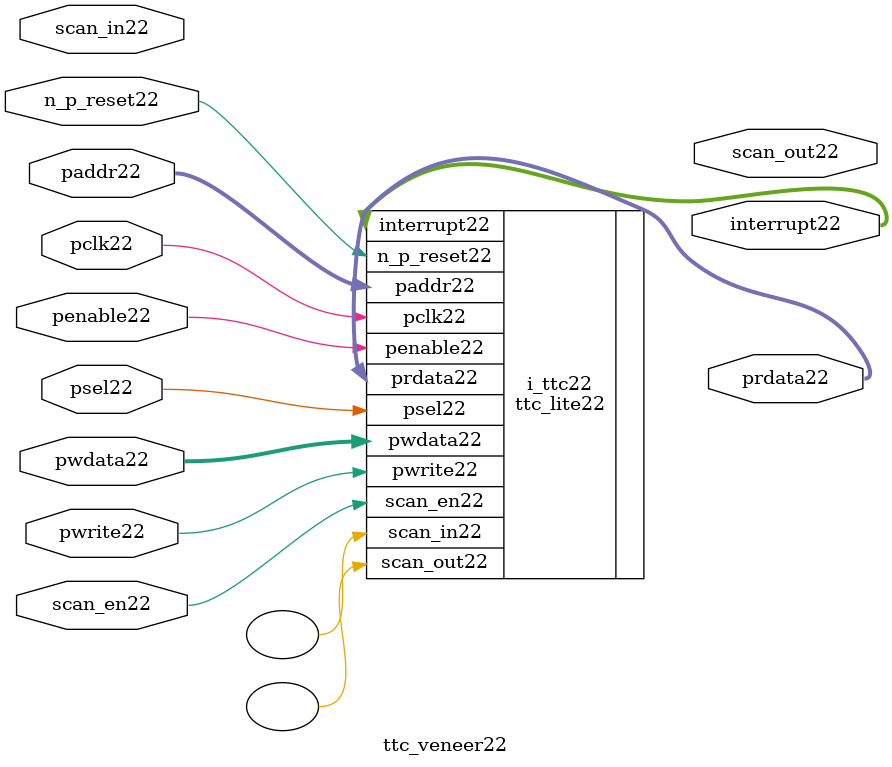
<source format=v>
module ttc_veneer22 (
           
           //inputs22
           n_p_reset22,
           pclk22,
           psel22,
           penable22,
           pwrite22,
           pwdata22,
           paddr22,
           scan_in22,
           scan_en22,

           //outputs22
           prdata22,
           interrupt22,
           scan_out22           

           );


//-----------------------------------------------------------------------------
// PORT DECLARATIONS22
//-----------------------------------------------------------------------------

   input         n_p_reset22;            //System22 Reset22
   input         pclk22;                 //System22 clock22
   input         psel22;                 //Select22 line
   input         penable22;              //Enable22
   input         pwrite22;               //Write line, 1 for write, 0 for read
   input [31:0]  pwdata22;               //Write data
   input [7:0]   paddr22;                //Address Bus22 register
   input         scan_in22;              //Scan22 chain22 input port
   input         scan_en22;              //Scan22 chain22 enable port
   
   output [31:0] prdata22;               //Read Data from the APB22 Interface22
   output [3:1]  interrupt22;            //Interrupt22 from PCI22 
   output        scan_out22;             //Scan22 chain22 output port

//##############################################################################
// if the TTC22 is NOT22 black22 boxed22 
//##############################################################################
`ifndef FV_KIT_BLACK_BOX_TTC22 

ttc_lite22 i_ttc22(

   //inputs22
   .n_p_reset22(n_p_reset22),
   .pclk22(pclk22),
   .psel22(psel22),
   .penable22(penable22),
   .pwrite22(pwrite22),
   .pwdata22(pwdata22),
   .paddr22(paddr22),
   .scan_in22(),
   .scan_en22(scan_en22),

   //outputs22
   .prdata22(prdata22),
   .interrupt22(interrupt22),
   .scan_out22()
);

`else 
//##############################################################################
// if the TTC22 is black22 boxed22 
//##############################################################################

   wire          n_p_reset22;            //System22 Reset22
   wire          pclk22;                 //System22 clock22
   wire          psel22;                 //Select22 line
   wire          penable22;              //Enable22
   wire          pwrite22;               //Write line, 1 for write, 0 for read
   wire  [31:0]  pwdata22;               //Write data
   wire  [7:0]   paddr22;                //Address Bus22 register
   wire          scan_in22;              //Scan22 chain22 wire  port
   wire          scan_en22;              //Scan22 chain22 enable port
   
   reg    [31:0] prdata22;               //Read Data from the APB22 Interface22
   reg    [3:1]  interrupt22;            //Interrupt22 from PCI22 
   reg           scan_out22;             //Scan22 chain22 reg    port

`endif
//##############################################################################
// black22 boxed22 defines22 
//##############################################################################

endmodule

</source>
